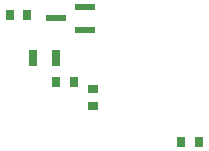
<source format=gbp>
G04*
G04 #@! TF.GenerationSoftware,Altium Limited,Altium Designer,22.4.2 (48)*
G04*
G04 Layer_Color=128*
%FSLAX25Y25*%
%MOIN*%
G70*
G04*
G04 #@! TF.SameCoordinates,F7E3B1D8-2F66-413B-9CB6-F982D94F727F*
G04*
G04*
G04 #@! TF.FilePolarity,Positive*
G04*
G01*
G75*
%ADD14R,0.03150X0.03740*%
%ADD37R,0.07087X0.02362*%
%ADD38R,0.03150X0.05315*%
%ADD39R,0.03740X0.03150*%
D14*
X32185Y34350D02*
D03*
X38091D02*
D03*
X79921Y14567D02*
D03*
X73819D02*
D03*
X22638Y56968D02*
D03*
X16732D02*
D03*
D37*
X32283Y55709D02*
D03*
X41732Y51968D02*
D03*
Y59449D02*
D03*
D38*
X32185Y42520D02*
D03*
X24508D02*
D03*
D39*
X44488Y32283D02*
D03*
Y26378D02*
D03*
M02*

</source>
